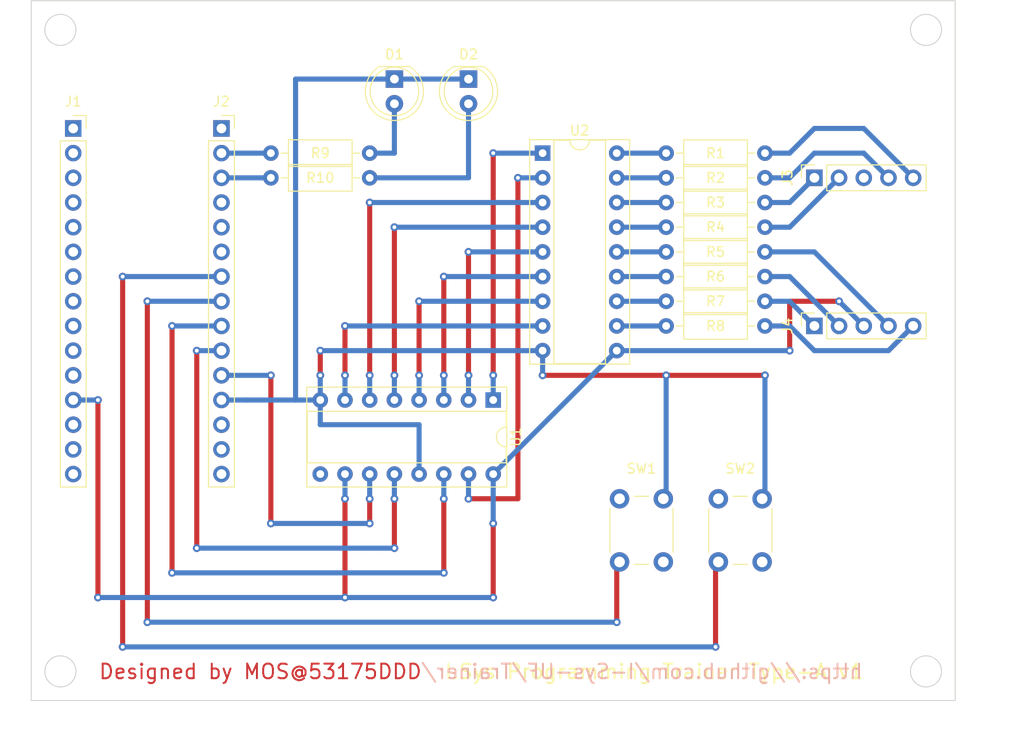
<source format=kicad_pcb>
(kicad_pcb (version 20221018) (generator pcbnew)
  (layers (0 "F.Cu" signal) (31 "B.Cu" signal) (34 "B.Paste" user) (35 "F.Paste" user) (36 "B.SilkS" user "B.Silkscreen") (37 "F.SilkS" user "F.Silkscreen") (38 "B.Mask" user) (39 "F.Mask" user) (44 "Edge.Cuts" user))
  (net 0 "")
  (net 1 "GND")
  (net 2 "Net-(D1-A)")
  (net 3 "Net-(D2-A)")
  (net 15 "VCC")
  (net 20 "Net-(J2-Pin_2)")
  (net 21 "Net-(J2-Pin_3)")
  (net 25 "D4")
  (net 26 "D3")
  (net 27 "D2")
  (net 31 "Net-(J3-Pin_1)")
  (net 32 "Net-(J3-Pin_2)")
  (net 34 "Net-(J3-Pin_4)")
  (net 35 "Net-(J3-Pin_5)")
  (net 36 "Net-(J4-Pin_1)")
  (net 37 "Net-(J4-Pin_2)")
  (net 38 "Net-(J4-Pin_4)")
  (net 39 "Net-(J4-Pin_5)")
  (net 40 "Net-(U2-O1)")
  (net 41 "Net-(U2-O2)")
  (net 42 "Net-(U2-O3)")
  (net 43 "Net-(U2-O4)")
  (net 44 "Net-(U2-O5)")
  (net 45 "Net-(U2-O6)")
  (net 46 "Net-(U2-O7)")
  (net 47 "Net-(U2-O8)")
  (net 48 "Net-(U1-QB)")
  (net 49 "Net-(U1-QC)")
  (net 50 "Net-(U1-QD)")
  (net 51 "Net-(U1-QE)")
  (net 52 "Net-(U1-QF)")
  (net 53 "Net-(U1-QG)")
  (net 54 "Net-(U1-QH)")
  (net 56 "Net-(U1-QA)")
  (net 57 "D6")
  (net 58 "D5")
  (footprint "Resistor_THT:R_Axial_DIN0207_L6.3mm_D2.5mm_P10.16mm_Horizontal" (layer "F.Cu") (at 170.18 99.06)
    (fp_text reference "R8" (at 5.08 0) (layer "F.SilkS"))
    (fp_text value "R")
    (fp_line (start 1.04 0) (end 1.81 0) (stroke (width 0.12)) (layer "F.SilkS"))
    (fp_line (start 1.81 -1.37) (end 1.81 1.37) (stroke (width 0.12)) (layer "F.SilkS"))
    (fp_line (start 1.81 1.37) (end 8.35 1.37) (stroke (width 0.12)) (layer "F.SilkS"))
    (fp_line (start 8.35 -1.37) (end 1.81 -1.37) (stroke (width 0.12)) (layer "F.SilkS"))
    (fp_line (start 8.35 1.37) (end 8.35 -1.37) (stroke (width 0.12)) (layer "F.SilkS"))
    (fp_line (start 9.12 0) (end 8.35 0) (stroke (width 0.12)) (layer "F.SilkS"))
    (pad "1" thru_hole circle (at 0 0) (size 1.6 1.6) (drill 0.8) (layers "*.Cu" "*.Mask") (net 47 "Net-(U2-O8)"))
    (pad "2" thru_hole oval (at 10.16 0) (size 1.6 1.6) (drill 0.8) (layers "*.Cu" "*.Mask") (net 39 "Net-(J4-Pin_5)"))
  )
  (footprint "Connector_PinSocket_2.54mm:PinSocket_1x05_P2.54mm_Vertical" (layer "F.Cu") (at 185.42 83.82 90)
    (fp_text reference "J3" (at 0 -2.77 90) (layer "F.SilkS"))
    (fp_text value "Conn_01x05_Socket")
    (fp_line (start -1.33 1.27) (end -1.33 11.49) (stroke (width 0.12)) (layer "F.SilkS"))
    (fp_line (start -1.33 1.27) (end 1.33 1.27) (stroke (width 0.12)) (layer "F.SilkS"))
    (fp_line (start -1.33 11.49) (end 1.33 11.49) (stroke (width 0.12)) (layer "F.SilkS"))
    (fp_line (start 0 -1.33) (end 1.33 -1.33) (stroke (width 0.12)) (layer "F.SilkS"))
    (fp_line (start 1.33 -1.33) (end 1.33 0) (stroke (width 0.12)) (layer "F.SilkS"))
    (fp_line (start 1.33 1.27) (end 1.33 11.49) (stroke (width 0.12)) (layer "F.SilkS"))
    (pad "1" thru_hole rect (at 0 0 90) (size 1.7 1.7) (drill 1) (layers "*.Cu" "*.Mask") (net 31 "Net-(J3-Pin_1)"))
    (pad "2" thru_hole oval (at 0 2.54 90) (size 1.7 1.7) (drill 1) (layers "*.Cu" "*.Mask") (net 32 "Net-(J3-Pin_2)"))
    (pad "3" thru_hole oval (at 0 5.08 90) (size 1.7 1.7) (drill 1) (layers "*.Cu" "*.Mask"))
    (pad "4" thru_hole oval (at 0 7.62 90) (size 1.7 1.7) (drill 1) (layers "*.Cu" "*.Mask") (net 34 "Net-(J3-Pin_4)"))
    (pad "5" thru_hole oval (at 0 10.16 90) (size 1.7 1.7) (drill 1) (layers "*.Cu" "*.Mask") (net 35 "Net-(J3-Pin_5)"))
  )
  (footprint "LED_THT:LED_D5.0mm" (layer "F.Cu") (at 149.86 73.66 -90)
    (fp_text reference "D2" (at -2.54 0 -180) (layer "F.SilkS"))
    (fp_text value "LED")
    (fp_line (start -1.29 -1.545) (end -1.29 1.545) (stroke (width 0.12)) (layer "F.SilkS"))
    (fp_arc (start -1.29 -1.54483) (mid 2.072002 -2.880433) (end 4.26 0.000462) (stroke (width 0.12)) (layer "F.SilkS"))
    (fp_arc (start 4.26 -0.000462) (mid 2.072002 2.880433) (end -1.29 1.54483) (stroke (width 0.12)) (layer "F.SilkS"))
    (fp_circle (center 1.27 0) (end 3.77 0) (stroke (width 0.12)) (fill none) (layer "F.SilkS"))
    (pad "1" thru_hole rect (at 0 0 270) (size 1.8 1.8) (drill 0.9) (layers "*.Cu" "*.Mask") (net 1 "GND"))
    (pad "2" thru_hole circle (at 2.54 0 270) (size 1.8 1.8) (drill 0.9) (layers "*.Cu" "*.Mask") (net 3 "Net-(D2-A)"))
  )
  (footprint "Resistor_THT:R_Axial_DIN0207_L6.3mm_D2.5mm_P10.16mm_Horizontal" (layer "F.Cu") (at 170.18 91.44)
    (fp_text reference "R5" (at 5.08 0) (layer "F.SilkS"))
    (fp_text value "R")
    (fp_line (start 1.04 0) (end 1.81 0) (stroke (width 0.12)) (layer "F.SilkS"))
    (fp_line (start 1.81 -1.37) (end 1.81 1.37) (stroke (width 0.12)) (layer "F.SilkS"))
    (fp_line (start 1.81 1.37) (end 8.35 1.37) (stroke (width 0.12)) (layer "F.SilkS"))
    (fp_line (start 8.35 -1.37) (end 1.81 -1.37) (stroke (width 0.12)) (layer "F.SilkS"))
    (fp_line (start 8.35 1.37) (end 8.35 -1.37) (stroke (width 0.12)) (layer "F.SilkS"))
    (fp_line (start 9.12 0) (end 8.35 0) (stroke (width 0.12)) (layer "F.SilkS"))
    (pad "1" thru_hole circle (at 0 0) (size 1.6 1.6) (drill 0.8) (layers "*.Cu" "*.Mask") (net 44 "Net-(U2-O5)"))
    (pad "2" thru_hole oval (at 10.16 0) (size 1.6 1.6) (drill 0.8) (layers "*.Cu" "*.Mask") (net 38 "Net-(J4-Pin_4)"))
  )
  (footprint "LED_THT:LED_D5.0mm" (layer "F.Cu") (at 142.24 73.66 -90)
    (fp_text reference "D1" (at -2.54 0 -180) (layer "F.SilkS"))
    (fp_text value "LED")
    (fp_line (start -1.29 -1.545) (end -1.29 1.545) (stroke (width 0.12)) (layer "F.SilkS"))
    (fp_arc (start -1.29 -1.54483) (mid 2.072002 -2.880433) (end 4.26 0.000462) (stroke (width 0.12)) (layer "F.SilkS"))
    (fp_arc (start 4.26 -0.000462) (mid 2.072002 2.880433) (end -1.29 1.54483) (stroke (width 0.12)) (layer "F.SilkS"))
    (fp_circle (center 1.27 0) (end 3.77 0) (stroke (width 0.12)) (fill none) (layer "F.SilkS"))
    (pad "1" thru_hole rect (at 0 0 270) (size 1.8 1.8) (drill 0.9) (layers "*.Cu" "*.Mask") (net 1 "GND"))
    (pad "2" thru_hole circle (at 2.54 0 270) (size 1.8 1.8) (drill 0.9) (layers "*.Cu" "*.Mask") (net 2 "Net-(D1-A)"))
  )
  (footprint "Resistor_THT:R_Axial_DIN0207_L6.3mm_D2.5mm_P10.16mm_Horizontal" (layer "F.Cu") (at 170.18 81.28)
    (fp_text reference "R1" (at 5.08 0) (layer "F.SilkS"))
    (fp_text value "R")
    (fp_line (start 1.04 0) (end 1.81 0) (stroke (width 0.12)) (layer "F.SilkS"))
    (fp_line (start 1.81 -1.37) (end 1.81 1.37) (stroke (width 0.12)) (layer "F.SilkS"))
    (fp_line (start 1.81 1.37) (end 8.35 1.37) (stroke (width 0.12)) (layer "F.SilkS"))
    (fp_line (start 8.35 -1.37) (end 1.81 -1.37) (stroke (width 0.12)) (layer "F.SilkS"))
    (fp_line (start 8.35 1.37) (end 8.35 -1.37) (stroke (width 0.12)) (layer "F.SilkS"))
    (fp_line (start 9.12 0) (end 8.35 0) (stroke (width 0.12)) (layer "F.SilkS"))
    (pad "1" thru_hole circle (at 0 0) (size 1.6 1.6) (drill 0.8) (layers "*.Cu" "*.Mask") (net 40 "Net-(U2-O1)"))
    (pad "2" thru_hole oval (at 10.16 0) (size 1.6 1.6) (drill 0.8) (layers "*.Cu" "*.Mask") (net 35 "Net-(J3-Pin_5)"))
  )
  (footprint "Package_DIP:DIP-16_W7.62mm_Socket" (layer "F.Cu") (at 152.4 106.68 -90)
    (fp_text reference "U1" (at 3.81 -2.33 90) (layer "F.SilkS"))
    (fp_text value "74HC595")
    (fp_line (start -1.33 -1.39) (end -1.33 19.17) (stroke (width 0.12)) (layer "F.SilkS"))
    (fp_line (start -1.33 19.17) (end 8.95 19.17) (stroke (width 0.12)) (layer "F.SilkS"))
    (fp_line (start 1.16 -1.33) (end 1.16 19.11) (stroke (width 0.12)) (layer "F.SilkS"))
    (fp_line (start 1.16 19.11) (end 6.46 19.11) (stroke (width 0.12)) (layer "F.SilkS"))
    (fp_line (start 2.81 -1.33) (end 1.16 -1.33) (stroke (width 0.12)) (layer "F.SilkS"))
    (fp_line (start 6.46 -1.33) (end 4.81 -1.33) (stroke (width 0.12)) (layer "F.SilkS"))
    (fp_line (start 6.46 19.11) (end 6.46 -1.33) (stroke (width 0.12)) (layer "F.SilkS"))
    (fp_line (start 8.95 -1.39) (end -1.33 -1.39) (stroke (width 0.12)) (layer "F.SilkS"))
    (fp_line (start 8.95 19.17) (end 8.95 -1.39) (stroke (width 0.12)) (layer "F.SilkS"))
    (fp_arc (start 4.81 -1.33) (mid 3.81 -0.33) (end 2.81 -1.33) (stroke (width 0.12)) (layer "F.SilkS"))
    (pad "1" thru_hole rect (at 0 0 270) (size 1.6 1.6) (drill 0.8) (layers "*.Cu" "*.Mask") (net 48 "Net-(U1-QB)"))
    (pad "2" thru_hole oval (at 0 2.54 270) (size 1.6 1.6) (drill 0.8) (layers "*.Cu" "*.Mask") (net 49 "Net-(U1-QC)"))
    (pad "3" thru_hole oval (at 0 5.08 270) (size 1.6 1.6) (drill 0.8) (layers "*.Cu" "*.Mask") (net 50 "Net-(U1-QD)"))
    (pad "4" thru_hole oval (at 0 7.62 270) (size 1.6 1.6) (drill 0.8) (layers "*.Cu" "*.Mask") (net 51 "Net-(U1-QE)"))
    (pad "5" thru_hole oval (at 0 10.16 270) (size 1.6 1.6) (drill 0.8) (layers "*.Cu" "*.Mask") (net 52 "Net-(U1-QF)"))
    (pad "6" thru_hole oval (at 0 12.7 270) (size 1.6 1.6) (drill 0.8) (layers "*.Cu" "*.Mask") (net 53 "Net-(U1-QG)"))
    (pad "7" thru_hole oval (at 0 15.24 270) (size 1.6 1.6) (drill 0.8) (layers "*.Cu" "*.Mask") (net 54 "Net-(U1-QH)"))
    (pad "8" thru_hole oval (at 0 17.78 270) (size 1.6 1.6) (drill 0.8) (layers "*.Cu" "*.Mask") (net 1 "GND"))
    (pad "9" thru_hole oval (at 7.62 17.78 270) (size 1.6 1.6) (drill 0.8) (layers "*.Cu" "*.Mask"))
    (pad "10" thru_hole oval (at 7.62 15.24 270) (size 1.6 1.6) (drill 0.8) (layers "*.Cu" "*.Mask") (net 15 "VCC"))
    (pad "11" thru_hole oval (at 7.62 12.7 270) (size 1.6 1.6) (drill 0.8) (layers "*.Cu" "*.Mask") (net 27 "D2"))
    (pad "12" thru_hole oval (at 7.62 10.16 270) (size 1.6 1.6) (drill 0.8) (layers "*.Cu" "*.Mask") (net 26 "D3"))
    (pad "13" thru_hole oval (at 7.62 7.62 270) (size 1.6 1.6) (drill 0.8) (layers "*.Cu" "*.Mask") (net 1 "GND"))
    (pad "14" thru_hole oval (at 7.62 5.08 270) (size 1.6 1.6) (drill 0.8) (layers "*.Cu" "*.Mask") (net 25 "D4"))
    (pad "15" thru_hole oval (at 7.62 2.54 270) (size 1.6 1.6) (drill 0.8) (layers "*.Cu" "*.Mask") (net 56 "Net-(U1-QA)"))
    (pad "16" thru_hole oval (at 7.62 0 270) (size 1.6 1.6) (drill 0.8) (layers "*.Cu" "*.Mask") (net 15 "VCC"))
  )
  (footprint "Button_Switch_THT:SW_PUSH_6mm" (layer "F.Cu") (at 165.39 123.34 90)
    (fp_text reference "SW1" (at 9.6 2.25 180) (layer "F.SilkS"))
    (fp_text value "SW_Push")
    (fp_line (start -0.25 1.5) (end -0.25 3) (stroke (width 0.12)) (layer "F.SilkS"))
    (fp_line (start 1 5.5) (end 5.5 5.5) (stroke (width 0.12)) (layer "F.SilkS"))
    (fp_line (start 5.5 -1) (end 1 -1) (stroke (width 0.12)) (layer "F.SilkS"))
    (fp_line (start 6.75 3) (end 6.75 1.5) (stroke (width 0.12)) (layer "F.SilkS"))
    (pad "1" thru_hole circle (at 0 0 180) (size 2 2) (drill 1.1) (layers "*.Cu" "*.Mask") (net 58 "D5"))
    (pad "1" thru_hole circle (at 6.5 0 180) (size 2 2) (drill 1.1) (layers "*.Cu" "*.Mask") (net 58 "D5"))
    (pad "2" thru_hole circle (at 0 4.5 180) (size 2 2) (drill 1.1) (layers "*.Cu" "*.Mask") (net 1 "GND"))
    (pad "2" thru_hole circle (at 6.5 4.5 180) (size 2 2) (drill 1.1) (layers "*.Cu" "*.Mask") (net 1 "GND"))
  )
  (footprint "Resistor_THT:R_Axial_DIN0207_L6.3mm_D2.5mm_P10.16mm_Horizontal" (layer "F.Cu") (at 170.18 96.52)
    (fp_text reference "R7" (at 5.08 0) (layer "F.SilkS"))
    (fp_text value "R")
    (fp_line (start 1.04 0) (end 1.81 0) (stroke (width 0.12)) (layer "F.SilkS"))
    (fp_line (start 1.81 -1.37) (end 1.81 1.37) (stroke (width 0.12)) (layer "F.SilkS"))
    (fp_line (start 1.81 1.37) (end 8.35 1.37) (stroke (width 0.12)) (layer "F.SilkS"))
    (fp_line (start 8.35 -1.37) (end 1.81 -1.37) (stroke (width 0.12)) (layer "F.SilkS"))
    (fp_line (start 8.35 1.37) (end 8.35 -1.37) (stroke (width 0.12)) (layer "F.SilkS"))
    (fp_line (start 9.12 0) (end 8.35 0) (stroke (width 0.12)) (layer "F.SilkS"))
    (pad "1" thru_hole circle (at 0 0) (size 1.6 1.6) (drill 0.8) (layers "*.Cu" "*.Mask") (net 46 "Net-(U2-O7)"))
    (pad "2" thru_hole oval (at 10.16 0) (size 1.6 1.6) (drill 0.8) (layers "*.Cu" "*.Mask") (net 36 "Net-(J4-Pin_1)"))
  )
  (footprint "Resistor_THT:R_Axial_DIN0207_L6.3mm_D2.5mm_P10.16mm_Horizontal" (layer "F.Cu") (at 129.54 83.82)
    (fp_text reference "R10" (at 5.08 0) (layer "F.SilkS"))
    (fp_text value "R")
    (fp_line (start 1.04 0) (end 1.81 0) (stroke (width 0.12)) (layer "F.SilkS"))
    (fp_line (start 1.81 -1.37) (end 1.81 1.37) (stroke (width 0.12)) (layer "F.SilkS"))
    (fp_line (start 1.81 1.37) (end 8.35 1.37) (stroke (width 0.12)) (layer "F.SilkS"))
    (fp_line (start 8.35 -1.37) (end 1.81 -1.37) (stroke (width 0.12)) (layer "F.SilkS"))
    (fp_line (start 8.35 1.37) (end 8.35 -1.37) (stroke (width 0.12)) (layer "F.SilkS"))
    (fp_line (start 9.12 0) (end 8.35 0) (stroke (width 0.12)) (layer "F.SilkS"))
    (pad "1" thru_hole circle (at 0 0) (size 1.6 1.6) (drill 0.8) (layers "*.Cu" "*.Mask") (net 21 "Net-(J2-Pin_3)"))
    (pad "2" thru_hole oval (at 10.16 0) (size 1.6 1.6) (drill 0.8) (layers "*.Cu" "*.Mask") (net 3 "Net-(D2-A)"))
  )
  (footprint "Package_DIP:DIP-18_W7.62mm_Socket" (layer "F.Cu") (at 157.48 81.28)
    (fp_text reference "U2" (at 3.81 -2.33) (layer "F.SilkS"))
    (fp_text value "ULN2803A")
    (fp_line (start -1.33 -1.39) (end -1.33 21.71) (stroke (width 0.12)) (layer "F.SilkS"))
    (fp_line (start -1.33 21.71) (end 8.95 21.71) (stroke (width 0.12)) (layer "F.SilkS"))
    (fp_line (start 1.16 -1.33) (end 1.16 21.65) (stroke (width 0.12)) (layer "F.SilkS"))
    (fp_line (start 1.16 21.65) (end 6.46 21.65) (stroke (width 0.12)) (layer "F.SilkS"))
    (fp_line (start 2.81 -1.33) (end 1.16 -1.33) (stroke (width 0.12)) (layer "F.SilkS"))
    (fp_line (start 6.46 -1.33) (end 4.81 -1.33) (stroke (width 0.12)) (layer "F.SilkS"))
    (fp_line (start 6.46 21.65) (end 6.46 -1.33) (stroke (width 0.12)) (layer "F.SilkS"))
    (fp_line (start 8.95 -1.39) (end -1.33 -1.39) (stroke (width 0.12)) (layer "F.SilkS"))
    (fp_line (start 8.95 21.71) (end 8.95 -1.39) (stroke (width 0.12)) (layer "F.SilkS"))
    (fp_arc (start 4.81 -1.33) (mid 3.81 -0.33) (end 2.81 -1.33) (stroke (width 0.12)) (layer "F.SilkS"))
    (pad "1" thru_hole rect (at 0 0) (size 1.6 1.6) (drill 0.8) (layers "*.Cu" "*.Mask") (net 48 "Net-(U1-QB)"))
    (pad "2" thru_hole oval (at 0 2.54) (size 1.6 1.6) (drill 0.8) (layers "*.Cu" "*.Mask") (net 56 "Net-(U1-QA)"))
    (pad "3" thru_hole oval (at 0 5.08) (size 1.6 1.6) (drill 0.8) (layers "*.Cu" "*.Mask") (net 53 "Net-(U1-QG)"))
    (pad "4" thru_hole oval (at 0 7.62) (size 1.6 1.6) (drill 0.8) (layers "*.Cu" "*.Mask") (net 52 "Net-(U1-QF)"))
    (pad "5" thru_hole oval (at 0 10.16) (size 1.6 1.6) (drill 0.8) (layers "*.Cu" "*.Mask") (net 49 "Net-(U1-QC)"))
    (pad "6" thru_hole oval (at 0 12.7) (size 1.6 1.6) (drill 0.8) (layers "*.Cu" "*.Mask") (net 50 "Net-(U1-QD)"))
    (pad "7" thru_hole oval (at 0 15.24) (size 1.6 1.6) (drill 0.8) (layers "*.Cu" "*.Mask") (net 51 "Net-(U1-QE)"))
    (pad "8" thru_hole oval (at 0 17.78) (size 1.6 1.6) (drill 0.8) (layers "*.Cu" "*.Mask") (net 54 "Net-(U1-QH)"))
    (pad "9" thru_hole oval (at 0 20.32) (size 1.6 1.6) (drill 0.8) (layers "*.Cu" "*.Mask") (net 1 "GND"))
    (pad "10" thru_hole oval (at 7.62 20.32) (size 1.6 1.6) (drill 0.8) (layers "*.Cu" "*.Mask") (net 15 "VCC"))
    (pad "11" thru_hole oval (at 7.62 17.78) (size 1.6 1.6) (drill 0.8) (layers "*.Cu" "*.Mask") (net 47 "Net-(U2-O8)"))
    (pad "12" thru_hole oval (at 7.62 15.24) (size 1.6 1.6) (drill 0.8) (layers "*.Cu" "*.Mask") (net 46 "Net-(U2-O7)"))
    (pad "13" thru_hole oval (at 7.62 12.7) (size 1.6 1.6) (drill 0.8) (layers "*.Cu" "*.Mask") (net 45 "Net-(U2-O6)"))
    (pad "14" thru_hole oval (at 7.62 10.16) (size 1.6 1.6) (drill 0.8) (layers "*.Cu" "*.Mask") (net 44 "Net-(U2-O5)"))
    (pad "15" thru_hole oval (at 7.62 7.62) (size 1.6 1.6) (drill 0.8) (layers "*.Cu" "*.Mask") (net 43 "Net-(U2-O4)"))
    (pad "16" thru_hole oval (at 7.62 5.08) (size 1.6 1.6) (drill 0.8) (layers "*.Cu" "*.Mask") (net 42 "Net-(U2-O3)"))
    (pad "17" thru_hole oval (at 7.62 2.54) (size 1.6 1.6) (drill 0.8) (layers "*.Cu" "*.Mask") (net 41 "Net-(U2-O2)"))
    (pad "18" thru_hole oval (at 7.62 0) (size 1.6 1.6) (drill 0.8) (layers "*.Cu" "*.Mask") (net 40 "Net-(U2-O1)"))
  )
  (footprint "Resistor_THT:R_Axial_DIN0207_L6.3mm_D2.5mm_P10.16mm_Horizontal" (layer "F.Cu") (at 170.18 88.9)
    (fp_text reference "R4" (at 5.08 0) (layer "F.SilkS"))
    (fp_text value "R")
    (fp_line (start 1.04 0) (end 1.81 0) (stroke (width 0.12)) (layer "F.SilkS"))
    (fp_line (start 1.81 -1.37) (end 1.81 1.37) (stroke (width 0.12)) (layer "F.SilkS"))
    (fp_line (start 1.81 1.37) (end 8.35 1.37) (stroke (width 0.12)) (layer "F.SilkS"))
    (fp_line (start 8.35 -1.37) (end 1.81 -1.37) (stroke (width 0.12)) (layer "F.SilkS"))
    (fp_line (start 8.35 1.37) (end 8.35 -1.37) (stroke (width 0.12)) (layer "F.SilkS"))
    (fp_line (start 9.12 0) (end 8.35 0) (stroke (width 0.12)) (layer "F.SilkS"))
    (pad "1" thru_hole circle (at 0 0) (size 1.6 1.6) (drill 0.8) (layers "*.Cu" "*.Mask") (net 43 "Net-(U2-O4)"))
    (pad "2" thru_hole oval (at 10.16 0) (size 1.6 1.6) (drill 0.8) (layers "*.Cu" "*.Mask") (net 32 "Net-(J3-Pin_2)"))
  )
  (footprint "Button_Switch_THT:SW_PUSH_6mm" (layer "F.Cu") (at 175.55 123.34 90)
    (fp_text reference "SW2" (at 9.6 2.25 180) (layer "F.SilkS"))
    (fp_text value "SW_Push")
    (fp_line (start -0.25 1.5) (end -0.25 3) (stroke (width 0.12)) (layer "F.SilkS"))
    (fp_line (start 1 5.5) (end 5.5 5.5) (stroke (width 0.12)) (layer "F.SilkS"))
    (fp_line (start 5.5 -1) (end 1 -1) (stroke (width 0.12)) (layer "F.SilkS"))
    (fp_line (start 6.75 3) (end 6.75 1.5) (stroke (width 0.12)) (layer "F.SilkS"))
    (pad "1" thru_hole circle (at 0 0 180) (size 2 2) (drill 1.1) (layers "*.Cu" "*.Mask") (net 57 "D6"))
    (pad "1" thru_hole circle (at 6.5 0 180) (size 2 2) (drill 1.1) (layers "*.Cu" "*.Mask") (net 57 "D6"))
    (pad "2" thru_hole circle (at 0 4.5 180) (size 2 2) (drill 1.1) (layers "*.Cu" "*.Mask") (net 1 "GND"))
    (pad "2" thru_hole circle (at 6.5 4.5 180) (size 2 2) (drill 1.1) (layers "*.Cu" "*.Mask") (net 1 "GND"))
  )
  (footprint "Connector_PinSocket_2.54mm:PinSocket_1x15_P2.54mm_Vertical" (layer "F.Cu") (at 109.22 78.74)
    (fp_text reference "J1" (at 0 -2.77) (layer "F.SilkS"))
    (fp_text value "Conn_01x15_Socket")
    (fp_line (start -1.33 1.27) (end -1.33 36.89) (stroke (width 0.12)) (layer "F.SilkS"))
    (fp_line (start -1.33 1.27) (end 1.33 1.27) (stroke (width 0.12)) (layer "F.SilkS"))
    (fp_line (start -1.33 36.89) (end 1.33 36.89) (stroke (width 0.12)) (layer "F.SilkS"))
    (fp_line (start 0 -1.33) (end 1.33 -1.33) (stroke (width 0.12)) (layer "F.SilkS"))
    (fp_line (start 1.33 -1.33) (end 1.33 0) (stroke (width 0.12)) (layer "F.SilkS"))
    (fp_line (start 1.33 1.27) (end 1.33 36.89) (stroke (width 0.12)) (layer "F.SilkS"))
    (pad "1" thru_hole rect (at 0 0) (size 1.7 1.7) (drill 1) (layers "*.Cu" "*.Mask"))
    (pad "2" thru_hole oval (at 0 2.54) (size 1.7 1.7) (drill 1) (layers "*.Cu" "*.Mask"))
    (pad "3" thru_hole oval (at 0 5.08) (size 1.7 1.7) (drill 1) (layers "*.Cu" "*.Mask"))
    (pad "4" thru_hole oval (at 0 7.62) (size 1.7 1.7) (drill 1) (layers "*.Cu" "*.Mask"))
    (pad "5" thru_hole oval (at 0 10.16) (size 1.7 1.7) (drill 1) (layers "*.Cu" "*.Mask"))
    (pad "6" thru_hole oval (at 0 12.7) (size 1.7 1.7) (drill 1) (layers "*.Cu" "*.Mask"))
    (pad "7" thru_hole oval (at 0 15.24) (size 1.7 1.7) (drill 1) (layers "*.Cu" "*.Mask"))
    (pad "8" thru_hole oval (at 0 17.78) (size 1.7 1.7) (drill 1) (layers "*.Cu" "*.Mask"))
    (pad "9" thru_hole oval (at 0 20.32) (size 1.7 1.7) (drill 1) (layers "*.Cu" "*.Mask"))
    (pad "10" thru_hole oval (at 0 22.86) (size 1.7 1.7) (drill 1) (layers "*.Cu" "*.Mask"))
    (pad "11" thru_hole oval (at 0 25.4) (size 1.7 1.7) (drill 1) (layers "*.Cu" "*.Mask"))
    (pad "12" thru_hole oval (at 0 27.94) (size 1.7 1.7) (drill 1) (layers "*.Cu" "*.Mask") (net 15 "VCC"))
    (pad "13" thru_hole oval (at 0 30.48) (size 1.7 1.7) (drill 1) (layers "*.Cu" "*.Mask"))
    (pad "14" thru_hole oval (at 0 33.02) (size 1.7 1.7) (drill 1) (layers "*.Cu" "*.Mask"))
    (pad "15" thru_hole oval (at 0 35.56) (size 1.7 1.7) (drill 1) (layers "*.Cu" "*.Mask"))
  )
  (footprint "Connector_PinSocket_2.54mm:PinSocket_1x05_P2.54mm_Vertical" (layer "F.Cu") (at 185.42 99.06 90)
    (fp_text reference "J4" (at 0 -2.77 90) (layer "F.SilkS"))
    (fp_text value "Conn_01x05_Socket")
    (fp_line (start -1.33 1.27) (end -1.33 11.49) (stroke (width 0.12)) (layer "F.SilkS"))
    (fp_line (start -1.33 1.27) (end 1.33 1.27) (stroke (width 0.12)) (layer "F.SilkS"))
    (fp_line (start -1.33 11.49) (end 1.33 11.49) (stroke (width 0.12)) (layer "F.SilkS"))
    (fp_line (start 0 -1.33) (end 1.33 -1.33) (stroke (width 0.12)) (layer "F.SilkS"))
    (fp_line (start 1.33 -1.33) (end 1.33 0) (stroke (width 0.12)) (layer "F.SilkS"))
    (fp_line (start 1.33 1.27) (end 1.33 11.49) (stroke (width 0.12)) (layer "F.SilkS"))
    (pad "1" thru_hole rect (at 0 0 90) (size 1.7 1.7) (drill 1) (layers "*.Cu" "*.Mask") (net 36 "Net-(J4-Pin_1)"))
    (pad "2" thru_hole oval (at 0 2.54 90) (size 1.7 1.7) (drill 1) (layers "*.Cu" "*.Mask") (net 37 "Net-(J4-Pin_2)"))
    (pad "3" thru_hole oval (at 0 5.08 90) (size 1.7 1.7) (drill 1) (layers "*.Cu" "*.Mask") (net 15 "VCC"))
    (pad "4" thru_hole oval (at 0 7.62 90) (size 1.7 1.7) (drill 1) (layers "*.Cu" "*.Mask") (net 38 "Net-(J4-Pin_4)"))
    (pad "5" thru_hole oval (at 0 10.16 90) (size 1.7 1.7) (drill 1) (layers "*.Cu" "*.Mask") (net 39 "Net-(J4-Pin_5)"))
  )
  (footprint "Resistor_THT:R_Axial_DIN0207_L6.3mm_D2.5mm_P10.16mm_Horizontal" (layer "F.Cu") (at 170.18 83.82)
    (fp_text reference "R2" (at 5.08 0) (layer "F.SilkS"))
    (fp_text value "R")
    (fp_line (start 1.04 0) (end 1.81 0) (stroke (width 0.12)) (layer "F.SilkS"))
    (fp_line (start 1.81 -1.37) (end 1.81 1.37) (stroke (width 0.12)) (layer "F.SilkS"))
    (fp_line (start 1.81 1.37) (end 8.35 1.37) (stroke (width 0.12)) (layer "F.SilkS"))
    (fp_line (start 8.35 -1.37) (end 1.81 -1.37) (stroke (width 0.12)) (layer "F.SilkS"))
    (fp_line (start 8.35 1.37) (end 8.35 -1.37) (stroke (width 0.12)) (layer "F.SilkS"))
    (fp_line (start 9.12 0) (end 8.35 0) (stroke (width 0.12)) (layer "F.SilkS"))
    (pad "1" thru_hole circle (at 0 0) (size 1.6 1.6) (drill 0.8) (layers "*.Cu" "*.Mask") (net 41 "Net-(U2-O2)"))
    (pad "2" thru_hole oval (at 10.16 0) (size 1.6 1.6) (drill 0.8) (layers "*.Cu" "*.Mask") (net 34 "Net-(J3-Pin_4)"))
  )
  (footprint "Resistor_THT:R_Axial_DIN0207_L6.3mm_D2.5mm_P10.16mm_Horizontal" (layer "F.Cu") (at 170.18 93.98)
    (fp_text reference "R6" (at 5.08 0) (layer "F.SilkS"))
    (fp_text value "R")
    (fp_line (start 1.04 0) (end 1.81 0) (stroke (width 0.12)) (layer "F.SilkS"))
    (fp_line (start 1.81 -1.37) (end 1.81 1.37) (stroke (width 0.12)) (layer "F.SilkS"))
    (fp_line (start 1.81 1.37) (end 8.35 1.37) (stroke (width 0.12)) (layer "F.SilkS"))
    (fp_line (start 8.35 -1.37) (end 1.81 -1.37) (stroke (width 0.12)) (layer "F.SilkS"))
    (fp_line (start 8.35 1.37) (end 8.35 -1.37) (stroke (width 0.12)) (layer "F.SilkS"))
    (fp_line (start 9.12 0) (end 8.35 0) (stroke (width 0.12)) (layer "F.SilkS"))
    (pad "1" thru_hole circle (at 0 0) (size 1.6 1.6) (drill 0.8) (layers "*.Cu" "*.Mask") (net 45 "Net-(U2-O6)"))
    (pad "2" thru_hole oval (at 10.16 0) (size 1.6 1.6) (drill 0.8) (layers "*.Cu" "*.Mask") (net 37 "Net-(J4-Pin_2)"))
  )
  (footprint "Resistor_THT:R_Axial_DIN0207_L6.3mm_D2.5mm_P10.16mm_Horizontal" (layer "F.Cu") (at 170.18 86.36)
    (fp_text reference "R3" (at 5.08 0) (layer "F.SilkS"))
    (fp_text value "R")
    (fp_line (start 1.04 0) (end 1.81 0) (stroke (width 0.12)) (layer "F.SilkS"))
    (fp_line (start 1.81 -1.37) (end 1.81 1.37) (stroke (width 0.12)) (layer "F.SilkS"))
    (fp_line (start 1.81 1.37) (end 8.35 1.37) (stroke (width 0.12)) (layer "F.SilkS"))
    (fp_line (start 8.35 -1.37) (end 1.81 -1.37) (stroke (width 0.12)) (layer "F.SilkS"))
    (fp_line (start 8.35 1.37) (end 8.35 -1.37) (stroke (width 0.12)) (layer "F.SilkS"))
    (fp_line (start 9.12 0) (end 8.35 0) (stroke (width 0.12)) (layer "F.SilkS"))
    (pad "1" thru_hole circle (at 0 0) (size 1.6 1.6) (drill 0.8) (layers "*.Cu" "*.Mask") (net 42 "Net-(U2-O3)"))
    (pad "2" thru_hole oval (at 10.16 0) (size 1.6 1.6) (drill 0.8) (layers "*.Cu" "*.Mask") (net 31 "Net-(J3-Pin_1)"))
  )
  (footprint "Resistor_THT:R_Axial_DIN0207_L6.3mm_D2.5mm_P10.16mm_Horizontal" (layer "F.Cu") (at 129.54 81.28)
    (fp_text reference "R9" (at 5.08 0) (layer "F.SilkS"))
    (fp_text value "R")
    (fp_line (start 1.04 0) (end 1.81 0) (stroke (width 0.12)) (layer "F.SilkS"))
    (fp_line (start 1.81 -1.37) (end 1.81 1.37) (stroke (width 0.12)) (layer "F.SilkS"))
    (fp_line (start 1.81 1.37) (end 8.35 1.37) (stroke (width 0.12)) (layer "F.SilkS"))
    (fp_line (start 8.35 -1.37) (end 1.81 -1.37) (stroke (width 0.12)) (layer "F.SilkS"))
    (fp_line (start 8.35 1.37) (end 8.35 -1.37) (stroke (width 0.12)) (layer "F.SilkS"))
    (fp_line (start 9.12 0) (end 8.35 0) (stroke (width 0.12)) (layer "F.SilkS"))
    (pad "1" thru_hole circle (at 0 0) (size 1.6 1.6) (drill 0.8) (layers "*.Cu" "*.Mask") (net 20 "Net-(J2-Pin_2)"))
    (pad "2" thru_hole oval (at 10.16 0) (size 1.6 1.6) (drill 0.8) (layers "*.Cu" "*.Mask") (net 2 "Net-(D1-A)"))
  )
  (footprint "Connector_PinSocket_2.54mm:PinSocket_1x15_P2.54mm_Vertical" (layer "F.Cu") (at 124.46 78.74)
    (fp_text reference "J2" (at 0 -2.77) (layer "F.SilkS"))
    (fp_text value "Conn_01x15_Socket")
    (fp_line (start -1.33 1.27) (end -1.33 36.89) (stroke (width 0.12)) (layer "F.SilkS"))
    (fp_line (start -1.33 1.27) (end 1.33 1.27) (stroke (width 0.12)) (layer "F.SilkS"))
    (fp_line (start -1.33 36.89) (end 1.33 36.89) (stroke (width 0.12)) (layer "F.SilkS"))
    (fp_line (start 0 -1.33) (end 1.33 -1.33) (stroke (width 0.12)) (layer "F.SilkS"))
    (fp_line (start 1.33 -1.33) (end 1.33 0) (stroke (width 0.12)) (layer "F.SilkS"))
    (fp_line (start 1.33 1.27) (end 1.33 36.89) (stroke (width 0.12)) (layer "F.SilkS"))
    (pad "1" thru_hole rect (at 0 0) (size 1.7 1.7) (drill 1) (layers "*.Cu" "*.Mask"))
    (pad "2" thru_hole oval (at 0 2.54) (size 1.7 1.7) (drill 1) (layers "*.Cu" "*.Mask") (net 20 "Net-(J2-Pin_2)"))
    (pad "3" thru_hole oval (at 0 5.08) (size 1.7 1.7) (drill 1) (layers "*.Cu" "*.Mask") (net 21 "Net-(J2-Pin_3)"))
    (pad "4" thru_hole oval (at 0 7.62) (size 1.7 1.7) (drill 1) (layers "*.Cu" "*.Mask"))
    (pad "5" thru_hole oval (at 0 10.16) (size 1.7 1.7) (drill 1) (layers "*.Cu" "*.Mask"))
    (pad "6" thru_hole oval (at 0 12.7) (size 1.7 1.7) (drill 1) (layers "*.Cu" "*.Mask"))
    (pad "7" thru_hole oval (at 0 15.24) (size 1.7 1.7) (drill 1) (layers "*.Cu" "*.Mask") (net 57 "D6"))
    (pad "8" thru_hole oval (at 0 17.78) (size 1.7 1.7) (drill 1) (layers "*.Cu" "*.Mask") (net 58 "D5"))
    (pad "9" thru_hole oval (at 0 20.32) (size 1.7 1.7) (drill 1) (layers "*.Cu" "*.Mask") (net 25 "D4"))
    (pad "10" thru_hole oval (at 0 22.86) (size 1.7 1.7) (drill 1) (layers "*.Cu" "*.Mask") (net 26 "D3"))
    (pad "11" thru_hole oval (at 0 25.4) (size 1.7 1.7) (drill 1) (layers "*.Cu" "*.Mask") (net 27 "D2"))
    (pad "12" thru_hole oval (at 0 27.94) (size 1.7 1.7) (drill 1) (layers "*.Cu" "*.Mask") (net 1 "GND"))
    (pad "13" thru_hole oval (at 0 30.48) (size 1.7 1.7) (drill 1) (layers "*.Cu" "*.Mask"))
    (pad "14" thru_hole oval (at 0 33.02) (size 1.7 1.7) (drill 1) (layers "*.Cu" "*.Mask"))
    (pad "15" thru_hole oval (at 0 35.56) (size 1.7 1.7) (drill 1) (layers "*.Cu" "*.Mask"))
  )
  (gr_circle (center 196.9 134.6) (end 195.3 134.6) (stroke (width 0.1)) (fill none) (layer "Edge.Cuts"))
  (gr_circle (center 107.9 134.6) (end 107.9 133) (stroke (width 0.1)) (fill none) (layer "Edge.Cuts"))
  (gr_rect (start 104.9 65.6) (end 199.9 137.6) (stroke (width 0.1)) (fill none) (layer "Edge.Cuts"))
  (gr_circle (center 107.9 68.6) (end 109.5 68.6) (stroke (width 0.1)) (fill none) (layer "Edge.Cuts"))
  (gr_circle (center 196.9 68.6) (end 196.9 70.2) (stroke (width 0.1)) (fill none) (layer "Edge.Cuts"))
  (gr_text "Designed by MOS@53175DDD" (at 111.76 134.62) (layer "F.Cu") (effects (font (size 1.5 1.5) (thickness 0.2)) (justify left)))
  (gr_text "https://github.com/I-Sys-UF/Trainer/" (at 190.5 134.62) (layer "B.SilkS") (effects (font (size 1.5 1.5) (thickness 0.2)) (justify left mirror)))
  (gr_text "I.Sys Programming Trainer Type-A v1" (at 147.32 134.62) (layer "F.SilkS") (effects (font (size 1.5 1.5) (thickness 0.2)) (justify left)))
  (segment (start 157.48 104.14) (end 170.18 104.14) (width 0.524) (layer "F.Cu") (net 1))
  (segment (start 134.62 104.14) (end 134.62 101.6) (width 0.524) (layer "F.Cu") (net 1))
  (segment (start 170.18 104.14) (end 180.34 104.14) (width 0.524) (layer "F.Cu") (net 1))
  (via (at 170.18 104.14) (size 0.8) (drill 0.4) (layers "F.Cu" "B.Cu") (net 1))
  (via (at 180.34 104.14) (size 0.8) (drill 0.4) (layers "F.Cu" "B.Cu") (net 1))
  (via (at 157.48 104.14) (size 0.8) (drill 0.4) (layers "F.Cu" "B.Cu") (net 1))
  (via (at 134.62 101.6) (size 0.8) (drill 0.4) (layers "F.Cu" "B.Cu") (net 1))
  (via (at 134.62 104.14) (size 0.8) (drill 0.4) (layers "F.Cu" "B.Cu") (net 1))
  (segment (start 134.62 106.68) (end 134.62 104.14) (width 0.524) (layer "B.Cu") (net 1))
  (segment (start 134.62 101.6) (end 157.48 101.6) (width 0.524) (layer "B.Cu") (net 1))
  (segment (start 132.08 106.68) (end 127 106.68) (width 0.524) (layer "B.Cu") (net 1))
  (segment (start 132.08 73.66) (end 149.86 73.66) (width 0.524) (layer "B.Cu") (net 1))
  (segment (start 170.18 104.14) (end 170.18 116.84) (width 0.524) (layer "B.Cu") (net 1))
  (segment (start 180.34 104.14) (end 180.34 116.84) (width 0.524) (layer "B.Cu") (net 1))
  (segment (start 180.34 116.84) (end 180.05 116.84) (width 0.524) (layer "B.Cu") (net 1))
  (segment (start 144.78 109.22) (end 134.62 109.22) (width 0.524) (layer "B.Cu") (net 1))
  (segment (start 124.46 106.68) (end 127 106.68) (width 0.524) (layer "B.Cu") (net 1))
  (segment (start 134.62 106.68) (end 132.08 106.68) (width 0.524) (layer "B.Cu") (net 1))
  (segment (start 132.08 106.68) (end 132.08 73.66) (width 0.524) (layer "B.Cu") (net 1))
  (segment (start 134.62 109.22) (end 134.62 106.68) (width 0.524) (layer "B.Cu") (net 1))
  (segment (start 144.78 114.3) (end 144.78 109.22) (width 0.524) (layer "B.Cu") (net 1))
  (segment (start 170.18 116.84) (end 169.89 116.84) (width 0.524) (layer "B.Cu") (net 1))
  (segment (start 157.48 101.6) (end 157.48 104.14) (width 0.524) (layer "B.Cu") (net 1))
  (segment (start 142.24 81.28) (end 142.24 76.2) (width 0.524) (layer "B.Cu") (net 2))
  (segment (start 139.7 81.28) (end 142.24 81.28) (width 0.524) (layer "B.Cu") (net 2))
  (segment (start 139.7 83.82) (end 149.86 83.82) (width 0.524) (layer "B.Cu") (net 3))
  (segment (start 149.86 83.82) (end 149.86 76.2) (width 0.524) (layer "B.Cu") (net 3))
  (segment (start 137.16 116.84) (end 137.16 127) (width 0.524) (layer "F.Cu") (net 15))
  (segment (start 182.88 96.52) (end 187.96 96.52) (width 0.524) (layer "F.Cu") (net 15))
  (segment (start 111.76 127) (end 111.76 106.68) (width 0.524) (layer "F.Cu") (net 15))
  (segment (start 182.88 101.6) (end 182.88 96.52) (width 0.524) (layer "F.Cu") (net 15))
  (segment (start 152.4 119.38) (end 152.4 127) (width 0.524) (layer "F.Cu") (net 15))
  (via (at 187.96 96.52) (size 0.8) (drill 0.4) (layers "F.Cu" "B.Cu") (net 15))
  (via (at 137.16 127) (size 0.8) (drill 0.4) (layers "F.Cu" "B.Cu") (net 15))
  (via (at 152.4 127) (size 0.8) (drill 0.4) (layers "F.Cu" "B.Cu") (net 15))
  (via (at 152.4 119.38) (size 0.8) (drill 0.4) (layers "F.Cu" "B.Cu") (net 15))
  (via (at 182.88 101.6) (size 0.8) (drill 0.4) (layers "F.Cu" "B.Cu") (net 15))
  (via (at 111.76 106.68) (size 0.8) (drill 0.4) (layers "F.Cu" "B.Cu") (net 15))
  (via (at 137.16 116.84) (size 0.8) (drill 0.4) (layers "F.Cu" "B.Cu") (net 15))
  (via (at 111.76 127) (size 0.8) (drill 0.4) (layers "F.Cu" "B.Cu") (net 15))
  (segment (start 187.96 96.52) (end 190.5 99.06) (width 0.524) (layer "B.Cu") (net 15))
  (segment (start 152.4 127) (end 111.76 127) (width 0.524) (layer "B.Cu") (net 15))
  (segment (start 152.4 114.3) (end 165.1 101.6) (width 0.524) (layer "B.Cu") (net 15))
  (segment (start 109.22 106.68) (end 111.76 106.68) (width 0.524) (layer "B.Cu") (net 15))
  (segment (start 152.4 114.3) (end 152.4 119.38) (width 0.524) (layer "B.Cu") (net 15))
  (segment (start 165.1 101.6) (end 182.88 101.6) (width 0.524) (layer "B.Cu") (net 15))
  (segment (start 137.16 114.3) (end 137.16 116.84) (width 0.524) (layer "B.Cu") (net 15))
  (segment (start 124.46 81.28) (end 129.54 81.28) (width 0.524) (layer "B.Cu") (net 20))
  (segment (start 129.54 83.82) (end 124.46 83.82) (width 0.524) (layer "B.Cu") (net 21))
  (segment (start 119.38 99.06) (end 119.38 124.46) (width 0.524) (layer "F.Cu") (net 25))
  (segment (start 147.32 116.84) (end 147.32 124.46) (width 0.524) (layer "F.Cu") (net 25))
  (via (at 119.38 124.46) (size 0.8) (drill 0.4) (layers "F.Cu" "B.Cu") (net 25))
  (via (at 119.38 99.06) (size 0.8) (drill 0.4) (layers "F.Cu" "B.Cu") (net 25))
  (via (at 147.32 116.84) (size 0.8) (drill 0.4) (layers "F.Cu" "B.Cu") (net 25))
  (via (at 147.32 124.46) (size 0.8) (drill 0.4) (layers "F.Cu" "B.Cu") (net 25))
  (segment (start 124.46 99.06) (end 119.38 99.06) (width 0.524) (layer "B.Cu") (net 25))
  (segment (start 147.32 114.3) (end 147.32 116.84) (width 0.524) (layer "B.Cu") (net 25))
  (segment (start 119.38 124.46) (end 147.32 124.46) (width 0.524) (layer "B.Cu") (net 25))
  (segment (start 142.24 116.84) (end 142.24 121.92) (width 0.524) (layer "F.Cu") (net 26))
  (segment (start 121.92 101.6) (end 121.92 121.92) (width 0.524) (layer "F.Cu") (net 26))
  (via (at 142.24 121.92) (size 0.8) (drill 0.4) (layers "F.Cu" "B.Cu") (net 26))
  (via (at 142.24 116.84) (size 0.8) (drill 0.4) (layers "F.Cu" "B.Cu") (net 26))
  (via (at 121.92 101.6) (size 0.8) (drill 0.4) (layers "F.Cu" "B.Cu") (net 26))
  (via (at 121.92 121.92) (size 0.8) (drill 0.4) (layers "F.Cu" "B.Cu") (net 26))
  (segment (start 142.24 114.3) (end 142.24 116.84) (width 0.524) (layer "B.Cu") (net 26))
  (segment (start 139.7 121.92) (end 142.24 121.92) (width 0.524) (layer "B.Cu") (net 26))
  (segment (start 121.92 121.92) (end 139.7 121.92) (width 0.524) (layer "B.Cu") (net 26))
  (segment (start 124.46 101.6) (end 121.92 101.6) (width 0.524) (layer "B.Cu") (net 26))
  (segment (start 129.54 104.14) (end 129.54 119.38) (width 0.524) (layer "F.Cu") (net 27))
  (segment (start 139.7 119.38) (end 139.7 116.84) (width 0.524) (layer "F.Cu") (net 27))
  (via (at 129.54 104.14) (size 0.8) (drill 0.4) (layers "F.Cu" "B.Cu") (net 27))
  (via (at 139.7 116.84) (size 0.8) (drill 0.4) (layers "F.Cu" "B.Cu") (net 27))
  (via (at 139.7 119.38) (size 0.8) (drill 0.4) (layers "F.Cu" "B.Cu") (net 27))
  (via (at 129.54 119.38) (size 0.8) (drill 0.4) (layers "F.Cu" "B.Cu") (net 27))
  (segment (start 139.7 114.3) (end 139.7 116.84) (width 0.524) (layer "B.Cu") (net 27))
  (segment (start 129.54 119.38) (end 139.7 119.38) (width 0.524) (layer "B.Cu") (net 27))
  (segment (start 124.46 104.14) (end 129.54 104.14) (width 0.524) (layer "B.Cu") (net 27))
  (segment (start 182.88 86.36) (end 180.34 86.36) (width 0.524) (layer "B.Cu") (net 31))
  (segment (start 185.42 83.82) (end 182.88 86.36) (width 0.524) (layer "B.Cu") (net 31))
  (segment (start 187.96 83.82) (end 182.88 88.9) (width 0.524) (layer "B.Cu") (net 32))
  (segment (start 182.88 88.9) (end 180.34 88.9) (width 0.524) (layer "B.Cu") (net 32))
  (segment (start 182.88 83.82) (end 180.34 83.82) (width 0.524) (layer "B.Cu") (net 34))
  (segment (start 193.04 83.82) (end 190.5 81.28) (width 0.524) (layer "B.Cu") (net 34))
  (segment (start 185.42 81.28) (end 182.88 83.82) (width 0.524) (layer "B.Cu") (net 34))
  (segment (start 190.5 81.28) (end 185.42 81.28) (width 0.524) (layer "B.Cu") (net 34))
  (segment (start 190.5 78.74) (end 195.58 83.82) (width 0.524) (layer "B.Cu") (net 35))
  (segment (start 180.34 81.28) (end 182.88 81.28) (width 0.524) (layer "B.Cu") (net 35))
  (segment (start 182.88 81.28) (end 185.42 78.74) (width 0.524) (layer "B.Cu") (net 35))
  (segment (start 185.42 78.74) (end 190.5 78.74) (width 0.524) (layer "B.Cu") (net 35))
  (segment (start 182.88 96.52) (end 180.34 96.52) (width 0.524) (layer "B.Cu") (net 36))
  (segment (start 185.42 99.06) (end 182.88 96.52) (width 0.524) (layer "B.Cu") (net 36))
  (segment (start 187.96 99.06) (end 182.88 93.98) (width 0.524) (layer "B.Cu") (net 37))
  (segment (start 182.88 93.98) (end 180.34 93.98) (width 0.524) (layer "B.Cu") (net 37))
  (segment (start 193.04 99.06) (end 185.42 91.44) (width 0.524) (layer "B.Cu") (net 38))
  (segment (start 185.42 91.44) (end 180.34 91.44) (width 0.524) (layer "B.Cu") (net 38))
  (segment (start 195.58 99.06) (end 193.04 101.6) (width 0.524) (layer "B.Cu") (net 39))
  (segment (start 182.88 99.06) (end 180.34 99.06) (width 0.524) (layer "B.Cu") (net 39))
  (segment (start 185.42 101.6) (end 182.88 99.06) (width 0.524) (layer "B.Cu") (net 39))
  (segment (start 193.04 101.6) (end 185.42 101.6) (width 0.524) (layer "B.Cu") (net 39))
  (segment (start 170.18 81.28) (end 165.1 81.28) (width 0.524) (layer "B.Cu") (net 40))
  (segment (start 165.1 83.82) (end 170.18 83.82) (width 0.524) (layer "B.Cu") (net 41))
  (segment (start 170.18 86.36) (end 165.1 86.36) (width 0.524) (layer "B.Cu") (net 42))
  (segment (start 165.1 88.9) (end 170.18 88.9) (width 0.524) (layer "B.Cu") (net 43))
  (segment (start 170.18 91.44) (end 165.1 91.44) (width 0.524) (layer "B.Cu") (net 44))
  (segment (start 165.1 93.98) (end 170.18 93.98) (width 0.524) (layer "B.Cu") (net 45))
  (segment (start 170.18 96.52) (end 165.1 96.52) (width 0.524) (layer "B.Cu") (net 46))
  (segment (start 165.1 99.06) (end 170.18 99.06) (width 0.524) (layer "B.Cu") (net 47))
  (segment (start 152.4 104.14) (end 152.4 81.28) (width 0.524) (layer "F.Cu") (net 48))
  (via (at 152.4 81.28) (size 0.8) (drill 0.4) (layers "F.Cu" "B.Cu") (net 48))
  (via (at 152.4 104.14) (size 0.8) (drill 0.4) (layers "F.Cu" "B.Cu") (net 48))
  (segment (start 152.4 106.68) (end 152.4 104.14) (width 0.524) (layer "B.Cu") (net 48))
  (segment (start 152.4 81.28) (end 157.48 81.28) (width 0.524) (layer "B.Cu") (net 48))
  (segment (start 149.86 104.14) (end 149.86 91.44) (width 0.524) (layer "F.Cu") (net 49))
  (via (at 149.86 104.14) (size 0.8) (drill 0.4) (layers "F.Cu" "B.Cu") (net 49))
  (via (at 149.86 91.44) (size 0.8) (drill 0.4) (layers "F.Cu" "B.Cu") (net 49))
  (segment (start 149.86 106.68) (end 149.86 104.14) (width 0.524) (layer "B.Cu") (net 49))
  (segment (start 149.86 91.44) (end 157.48 91.44) (width 0.524) (layer "B.Cu") (net 49))
  (segment (start 147.32 104.14) (end 147.32 93.98) (width 0.524) (layer "F.Cu") (net 50))
  (via (at 147.32 93.98) (size 0.8) (drill 0.4) (layers "F.Cu" "B.Cu") (net 50))
  (via (at 147.32 104.14) (size 0.8) (drill 0.4) (layers "F.Cu" "B.Cu") (net 50))
  (segment (start 147.32 106.68) (end 147.32 104.14) (width 0.524) (layer "B.Cu") (net 50))
  (segment (start 157.48 93.98) (end 147.32 93.98) (width 0.524) (layer "B.Cu") (net 50))
  (segment (start 144.78 104.14) (end 144.78 96.52) (width 0.524) (layer "F.Cu") (net 51))
  (via (at 144.78 96.52) (size 0.8) (drill 0.4) (layers "F.Cu" "B.Cu") (net 51))
  (via (at 144.78 104.14) (size 0.8) (drill 0.4) (layers "F.Cu" "B.Cu") (net 51))
  (segment (start 144.78 96.52) (end 157.48 96.52) (width 0.524) (layer "B.Cu") (net 51))
  (segment (start 144.78 106.68) (end 144.78 104.14) (width 0.524) (layer "B.Cu") (net 51))
  (segment (start 142.24 104.14) (end 142.24 88.9) (width 0.524) (layer "F.Cu") (net 52))
  (via (at 142.24 104.14) (size 0.8) (drill 0.4) (layers "F.Cu" "B.Cu") (net 52))
  (via (at 142.24 88.9) (size 0.8) (drill 0.4) (layers "F.Cu" "B.Cu") (net 52))
  (segment (start 157.48 88.9) (end 142.24 88.9) (width 0.524) (layer "B.Cu") (net 52))
  (segment (start 142.24 106.68) (end 142.24 104.14) (width 0.524) (layer "B.Cu") (net 52))
  (segment (start 139.7 104.14) (end 139.7 86.36) (width 0.524) (layer "F.Cu") (net 53))
  (via (at 139.7 86.36) (size 0.8) (drill 0.4) (layers "F.Cu" "B.Cu") (net 53))
  (via (at 139.7 104.14) (size 0.8) (drill 0.4) (layers "F.Cu" "B.Cu") (net 53))
  (segment (start 139.7 106.68) (end 139.7 104.14) (width 0.524) (layer "B.Cu") (net 53))
  (segment (start 139.7 86.36) (end 157.48 86.36) (width 0.524) (layer "B.Cu") (net 53))
  (segment (start 137.16 104.14) (end 137.16 99.06) (width 0.524) (layer "F.Cu") (net 54))
  (via (at 137.16 104.14) (size 0.8) (drill 0.4) (layers "F.Cu" "B.Cu") (net 54))
  (via (at 137.16 99.06) (size 0.8) (drill 0.4) (layers "F.Cu" "B.Cu") (net 54))
  (segment (start 137.16 106.68) (end 137.16 104.14) (width 0.524) (layer "B.Cu") (net 54))
  (segment (start 157.48 99.06) (end 137.16 99.06) (width 0.524) (layer "B.Cu") (net 54))
  (segment (start 154.94 116.84) (end 154.94 83.82) (width 0.524) (layer "F.Cu") (net 56))
  (segment (start 149.86 116.84) (end 154.94 116.84) (width 0.524) (layer "F.Cu") (net 56))
  (via (at 149.86 116.84) (size 0.8) (drill 0.4) (layers "F.Cu" "B.Cu") (net 56))
  (via (at 154.94 83.82) (size 0.8) (drill 0.4) (layers "F.Cu" "B.Cu") (net 56))
  (segment (start 149.86 114.3) (end 149.86 116.84) (width 0.524) (layer "B.Cu") (net 56))
  (segment (start 157.48 83.82) (end 154.94 83.82) (width 0.524) (layer "B.Cu") (net 56))
  (segment (start 175.26 132.08) (end 175.26 123.63) (width 0.524) (layer "F.Cu") (net 57))
  (segment (start 175.26 123.63) (end 175.55 123.34) (width 0.524) (layer "F.Cu") (net 57))
  (segment (start 114.3 93.98) (end 114.3 132.08) (width 0.524) (layer "F.Cu") (net 57))
  (via (at 175.26 132.08) (size 0.8) (drill 0.4) (layers "F.Cu" "B.Cu") (net 57))
  (via (at 114.3 93.98) (size 0.8) (drill 0.4) (layers "F.Cu" "B.Cu") (net 57))
  (via (at 114.3 132.08) (size 0.8) (drill 0.4) (layers "F.Cu" "B.Cu") (net 57))
  (segment (start 124.46 93.98) (end 114.3 93.98) (width 0.524) (layer "B.Cu") (net 57))
  (segment (start 114.3 132.08) (end 175.26 132.08) (width 0.524) (layer "B.Cu") (net 57))
  (segment (start 116.84 96.52) (end 116.84 129.54) (width 0.524) (layer "F.Cu") (net 58))
  (segment (start 165.1 123.63) (end 165.1 129.54) (width 0.524) (layer "F.Cu") (net 58))
  (segment (start 165.39 123.34) (end 165.1 123.63) (width 0.524) (layer "F.Cu") (net 58))
  (via (at 165.1 129.54) (size 0.8) (drill 0.4) (layers "F.Cu" "B.Cu") (net 58))
  (via (at 116.84 129.54) (size 0.8) (drill 0.4) (layers "F.Cu" "B.Cu") (net 58))
  (via (at 116.84 96.52) (size 0.8) (drill 0.4) (layers "F.Cu" "B.Cu") (net 58))
  (segment (start 116.84 129.54) (end 165.1 129.54) (width 0.524) (layer "B.Cu") (net 58))
  (segment (start 124.46 96.52) (end 116.84 96.52) (width 0.524) (layer "B.Cu") (net 58))
)
</source>
